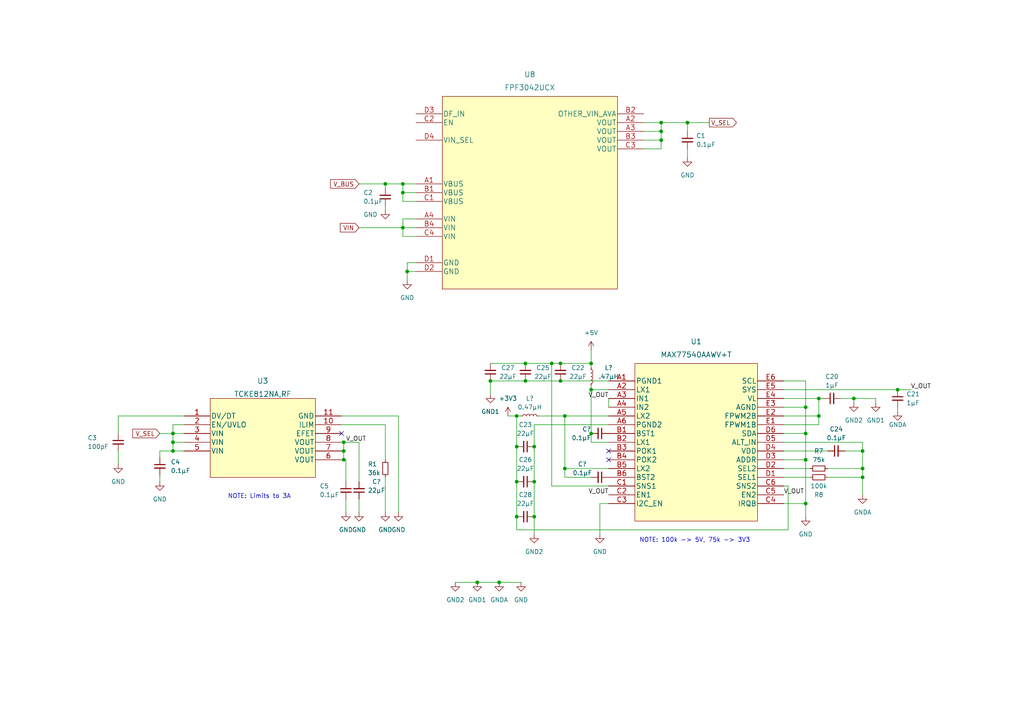
<source format=kicad_sch>
(kicad_sch (version 20211123) (generator eeschema)
  (paper "A4")
  (lib_symbols
    (symbol "Device:C_Small" (pin_numbers hide) (pin_names (offset 0.254) hide)
      (property "Reference" "C" (at 0.254 1.778 0))
      (property "Value" "C_Small" (at 0.254 -2.032 0))
      (symbol "C_Small_0_1"
        (polyline (pts (xy -1.524 -0.508) (xy 1.524 -0.508)) (stroke (width 0.3302)))
        (polyline (pts (xy -1.524 0.508) (xy 1.524 0.508)) (stroke (width 0.3048)))
      )
      (symbol "C_Small_1_1"
        (pin passive line (at 0 2.54 270) (length 2.032) (name "~") (number "1"))
        (pin passive line (at 0 -2.54 90) (length 2.032) (name "~") (number "2"))
      )
    )
    (symbol "Device:L_Small" (pin_numbers hide) (pin_names (offset 0.254) hide)
      (property "Reference" "L" (at 0.762 1.016 0))
      (property "Value" "L_Small" (at 0.762 -1.016 0))
      (symbol "L_Small_0_1"
        (arc (start 0 -2.032) (mid 0.508 -1.524) (end 0 -1.016))
        (arc (start 0 -1.016) (mid 0.508 -0.508) (end 0 0))
        (arc (start 0 0) (mid 0.508 0.508) (end 0 1.016))
        (arc (start 0 1.016) (mid 0.508 1.524) (end 0 2.032))
      )
      (symbol "L_Small_1_1"
        (pin passive line (at 0 2.54 270) (length 0.508) (name "~") (number "1"))
        (pin passive line (at 0 -2.54 90) (length 0.508) (name "~") (number "2"))
      )
    )
    (symbol "Device:R_Small" (pin_numbers hide) (pin_names (offset 0.254) hide)
      (property "Reference" "R" (at 0.762 0.508 0))
      (property "Value" "R_Small" (at 0.762 -1.016 0))
      (symbol "R_Small_0_1"
        (rectangle (start -0.762 1.778) (end 0.762 -1.778) (stroke (width 0.2032)))
      )
      (symbol "R_Small_1_1"
        (pin passive line (at 0 2.54 270) (length 0.762) (name "~") (number "1"))
        (pin passive line (at 0 -2.54 90) (length 0.762) (name "~") (number "2"))
      )
    )
    (symbol "personal:FPF3042UCX" (pin_names (offset 0.254))
      (property "Reference" "U" (at 33.02 10.16 0))
      (property "Value" "FPF3042UCX" (at 33.02 7.62 0))
      (symbol "FPF3042UCX_1_1"
        (rectangle (start 7.62 5.08) (end 58.42 -50.8) (fill (type background)))
        (pin power_in line (at 0 -20.32 0) (length 7.62) (name "VBUS") (number "A1"))
        (pin power_in line (at 66.04 -2.54 180) (length 7.62) (name "VOUT") (number "A2"))
        (pin power_in line (at 66.04 -5.08 180) (length 7.62) (name "VOUT") (number "A3"))
        (pin power_in line (at 0 -30.48 0) (length 7.62) (name "VIN") (number "A4"))
        (pin power_in line (at 0 -22.86 0) (length 7.62) (name "VBUS") (number "B1"))
        (pin output line (at 66.04 0 180) (length 7.62) (name "OTHER_VIN_AVA") (number "B2"))
        (pin power_in line (at 66.04 -7.62 180) (length 7.62) (name "VOUT") (number "B3"))
        (pin power_in line (at 0 -33.02 0) (length 7.62) (name "VIN") (number "B4"))
        (pin power_in line (at 0 -25.4 0) (length 7.62) (name "VBUS") (number "C1"))
        (pin input line (at 0 -2.54 0) (length 7.62) (name "EN") (number "C2"))
        (pin output line (at 66.04 -10.16 180) (length 7.62) (name "VOUT") (number "C3"))
        (pin power_in line (at 0 -35.56 0) (length 7.62) (name "VIN") (number "C4"))
        (pin power_in line (at 0 -43.18 0) (length 7.62) (name "GND") (number "D1"))
        (pin power_in line (at 0 -45.72 0) (length 7.62) (name "GND") (number "D2"))
        (pin input line (at 0 0 0) (length 7.62) (name "DF_IN") (number "D3"))
        (pin bidirectional line (at 0 -7.62 0) (length 7.62) (name "VIN_SEL") (number "D4"))
      )
    )
    (symbol "personal:MAX77540AAWV+T" (pin_names (offset 0.254))
      (property "Reference" "U" (at 25.4 10.16 0))
      (property "Value" "MAX77540AAWV+T" (at 25.4 7.62 0))
      (symbol "MAX77540AAWV+T_0_1"
        (rectangle (start 7.62 5.08) (end 43.18 -40.64) (fill (type background)))
      )
      (symbol "MAX77540AAWV+T_1_1"
        (pin power_in line (at 0 0 0) (length 7.62) (name "PGND1") (number "A1"))
        (pin power_in line (at 0 -2.54 0) (length 7.62) (name "LX1") (number "A2"))
        (pin power_in line (at 0 -5.08 0) (length 7.62) (name "IN1") (number "A3"))
        (pin power_in line (at 0 -7.62 0) (length 7.62) (name "IN2") (number "A4"))
        (pin power_in line (at 0 -10.16 0) (length 7.62) (name "LX2") (number "A5"))
        (pin power_in line (at 0 -12.7 0) (length 7.62) (name "PGND2") (number "A6"))
        (pin power_in line (at 0 -15.24 0) (length 7.62) (name "BST1") (number "B1"))
        (pin power_in line (at 0 -17.78 0) (length 7.62) (name "LX1") (number "B2"))
        (pin output line (at 0 -20.32 0) (length 7.62) (name "POK1") (number "B3"))
        (pin output line (at 0 -22.86 0) (length 7.62) (name "POK2") (number "B4"))
        (pin power_in line (at 0 -25.4 0) (length 7.62) (name "LX2") (number "B5"))
        (pin power_in line (at 0 -27.94 0) (length 7.62) (name "BST2") (number "B6"))
        (pin input line (at 0 -30.48 0) (length 7.62) (name "SNS1") (number "C1"))
        (pin input line (at 0 -33.02 0) (length 7.62) (name "EN1") (number "C2"))
        (pin input line (at 0 -35.56 0) (length 7.62) (name "I2C_EN") (number "C3"))
        (pin output line (at 50.8 -35.56 180) (length 7.62) (name "IRQB") (number "C4"))
        (pin input line (at 50.8 -33.02 180) (length 7.62) (name "EN2") (number "C5"))
        (pin input line (at 50.8 -30.48 180) (length 7.62) (name "SNS2") (number "C6"))
        (pin input line (at 50.8 -27.94 180) (length 7.62) (name "SEL1") (number "D1"))
        (pin input line (at 50.8 -25.4 180) (length 7.62) (name "SEL2") (number "D2"))
        (pin input line (at 50.8 -22.86 180) (length 7.62) (name "ADDR") (number "D3"))
        (pin power_in line (at 50.8 -20.32 180) (length 7.62) (name "VDD") (number "D4"))
        (pin power_in line (at 50.8 -17.78 180) (length 7.62) (name "ALT_IN") (number "D5"))
        (pin bidirectional line (at 50.8 -15.24 180) (length 7.62) (name "SDA") (number "D6"))
        (pin input line (at 50.8 -12.7 180) (length 7.62) (name "FPWM1B") (number "E1"))
        (pin input line (at 50.8 -10.16 180) (length 7.62) (name "FPWM2B") (number "E2"))
        (pin power_in line (at 50.8 -7.62 180) (length 7.62) (name "AGND") (number "E3"))
        (pin power_in line (at 50.8 -5.08 180) (length 7.62) (name "VL") (number "E4"))
        (pin power_in line (at 50.8 -2.54 180) (length 7.62) (name "SYS") (number "E5"))
        (pin input line (at 50.8 0 180) (length 7.62) (name "SCL") (number "E6"))
      )
    )
    (symbol "personal:TCKE812NA,RF" (pin_names (offset 0.254))
      (property "Reference" "U" (at 22.86 10.16 0))
      (property "Value" "TCKE812NA,RF" (at 22.86 7.62 0))
      (symbol "TCKE812NA,RF_0_1"
        (rectangle (start 38.1 -17.78) (end 7.62 5.08) (fill (type background)))
      )
      (symbol "TCKE812NA,RF_1_1"
        (pin input line (at 0 0 0) (length 7.62) (name "DV/DT") (number "1"))
        (pin input line (at 45.72 -2.54 180) (length 7.62) (name "ILIM") (number "10"))
        (pin power_in line (at 45.72 0 180) (length 7.62) (name "GND") (number "11"))
        (pin unspecified line (at 0 -2.54 0) (length 7.62) (name "EN/UVLO") (number "2"))
        (pin input line (at 0 -5.08 0) (length 7.62) (name "VIN") (number "3"))
        (pin input line (at 0 -7.62 0) (length 7.62) (name "VIN") (number "4"))
        (pin input line (at 0 -10.16 0) (length 7.62) (name "VIN") (number "5"))
        (pin output line (at 45.72 -12.7 180) (length 7.62) (name "VOUT") (number "6"))
        (pin output line (at 45.72 -10.16 180) (length 7.62) (name "VOUT") (number "7"))
        (pin output line (at 45.72 -7.62 180) (length 7.62) (name "VOUT") (number "8"))
        (pin unspecified line (at 45.72 -5.08 180) (length 7.62) (name "EFET") (number "9"))
      )
    )
    (symbol "power:+3V3" (power) (pin_names (offset 0))
      (property "Value" "+3V3" (at 0 3.556 0))
      (symbol "+3V3_0_1"
        (polyline (pts (xy -0.762 1.27) (xy 0 2.54)))
        (polyline (pts (xy 0 0) (xy 0 2.54)))
        (polyline (pts (xy 0 2.54) (xy 0.762 1.27)))
      )
      (symbol "+3V3_1_1"
        (pin power_in line (at 0 0 90) (length 0) hide (name "+3V3") (number "1"))
      )
    )
    (symbol "power:+5V" (power) (pin_names (offset 0))
      (property "Value" "+5V" (at 0 3.556 0))
      (symbol "+5V_0_1"
        (polyline (pts (xy -0.762 1.27) (xy 0 2.54)))
        (polyline (pts (xy 0 0) (xy 0 2.54)))
        (polyline (pts (xy 0 2.54) (xy 0.762 1.27)))
      )
      (symbol "+5V_1_1"
        (pin power_in line (at 0 0 90) (length 0) hide (name "+5V") (number "1"))
      )
    )
    (symbol "power:GND" (power) (pin_names (offset 0))
      (property "Value" "GND" (at 0 -3.81 0))
      (symbol "GND_0_1"
        (polyline (pts (xy 0 0) (xy 0 -1.27) (xy 1.27 -1.27) (xy 0 -2.54) (xy -1.27 -1.27) (xy 0 -1.27)))
      )
      (symbol "GND_1_1"
        (pin power_in line (at 0 0 270) (length 0) hide (name "GND") (number "1"))
      )
    )
    (symbol "power:GND1" (power) (pin_names (offset 0))
      (property "Value" "GND1" (at 0 -3.81 0))
      (symbol "GND1_0_1"
        (polyline (pts (xy 0 0) (xy 0 -1.27) (xy 1.27 -1.27) (xy 0 -2.54) (xy -1.27 -1.27) (xy 0 -1.27)))
      )
      (symbol "GND1_1_1"
        (pin power_in line (at 0 0 270) (length 0) hide (name "GND1") (number "1"))
      )
    )
    (symbol "power:GND2" (power) (pin_names (offset 0))
      (property "Value" "GND2" (at 0 -3.81 0))
      (symbol "GND2_0_1"
        (polyline (pts (xy 0 0) (xy 0 -1.27) (xy 1.27 -1.27) (xy 0 -2.54) (xy -1.27 -1.27) (xy 0 -1.27)))
      )
      (symbol "GND2_1_1"
        (pin power_in line (at 0 0 270) (length 0) hide (name "GND2") (number "1"))
      )
    )
    (symbol "power:GNDA" (power) (pin_names (offset 0))
      (property "Value" "GNDA" (at 0 -3.81 0))
      (symbol "GNDA_0_1"
        (polyline (pts (xy 0 0) (xy 0 -1.27) (xy 1.27 -1.27) (xy 0 -2.54) (xy -1.27 -1.27) (xy 0 -1.27)))
      )
      (symbol "GNDA_1_1"
        (pin power_in line (at 0 0 270) (length 0) hide (name "GNDA") (number "1"))
      )
    )
  )
  (junction (at 149.86 129.54))
  (junction (at 171.45 125.73))
  (junction (at 233.68 133.35))
  (junction (at 116.84 53.34))
  (junction (at 50.165 130.81))
  (junction (at 199.39 35.56))
  (junction (at 99.695 128.27))
  (junction (at 250.19 138.43))
  (junction (at 144.78 168.91))
  (junction (at 233.68 146.05))
  (junction (at 154.94 139.7))
  (junction (at 149.86 149.86))
  (junction (at 163.83 120.65))
  (junction (at 138.43 168.91))
  (junction (at 152.4 105.41))
  (junction (at 250.19 130.81))
  (junction (at 154.94 129.54))
  (junction (at 154.94 149.86))
  (junction (at 118.11 78.74))
  (junction (at 171.45 105.41))
  (junction (at 171.45 113.03))
  (junction (at 160.02 105.41))
  (junction (at 163.83 135.89))
  (junction (at 260.35 113.03))
  (junction (at 162.56 105.41))
  (junction (at 191.77 35.56))
  (junction (at 116.84 66.04))
  (junction (at 247.65 115.57))
  (junction (at 99.695 133.35))
  (junction (at 111.76 53.34))
  (junction (at 152.4 110.49))
  (junction (at 142.24 110.49))
  (junction (at 250.19 135.89))
  (junction (at 162.56 110.49))
  (junction (at 237.49 120.65))
  (junction (at 149.86 120.65))
  (junction (at 191.77 38.1))
  (junction (at 99.695 130.81))
  (junction (at 191.77 40.64))
  (junction (at 50.165 128.27))
  (junction (at 116.84 55.88))
  (junction (at 237.49 115.57))
  (junction (at 50.165 125.73))
  (junction (at 233.68 125.73))
  (junction (at 149.86 139.7))
  (junction (at 233.68 118.11))
  (no_connect (at 176.53 130.81))
  (no_connect (at 176.53 133.35))
  (no_connect (at 99.06 125.73))
  (wire (pts (xy 227.33 138.43) (xy 234.95 138.43)))
  (wire (pts (xy 99.06 120.65) (xy 115.57 120.65)))
  (wire (pts (xy 120.65 63.5) (xy 116.84 63.5)))
  (wire (pts (xy 171.45 128.27) (xy 171.45 125.73)))
  (wire (pts (xy 186.69 43.18) (xy 191.77 43.18)))
  (wire (pts (xy 176.53 123.19) (xy 154.94 123.19)))
  (wire (pts (xy 247.65 115.57) (xy 247.65 116.84)))
  (wire (pts (xy 160.02 140.97) (xy 160.02 105.41)))
  (wire (pts (xy 118.11 76.2) (xy 118.11 78.74)))
  (wire (pts (xy 50.165 130.81) (xy 46.355 130.81)))
  (wire (pts (xy 50.165 130.81) (xy 53.34 130.81)))
  (wire (pts (xy 199.39 43.18) (xy 199.39 45.72)))
  (wire (pts (xy 171.45 113.03) (xy 171.45 111.76)))
  (wire (pts (xy 243.84 115.57) (xy 247.65 115.57)))
  (wire (pts (xy 116.84 55.88) (xy 120.65 55.88)))
  (wire (pts (xy 50.165 128.27) (xy 53.34 128.27)))
  (wire (pts (xy 99.695 128.27) (xy 104.14 128.27)))
  (wire (pts (xy 163.83 120.65) (xy 176.53 120.65)))
  (wire (pts (xy 240.03 138.43) (xy 250.19 138.43)))
  (wire (pts (xy 186.69 40.64) (xy 191.77 40.64)))
  (wire (pts (xy 233.68 110.49) (xy 233.68 118.11)))
  (wire (pts (xy 260.35 113.03) (xy 264.16 113.03)))
  (wire (pts (xy 227.33 110.49) (xy 233.68 110.49)))
  (wire (pts (xy 111.76 59.69) (xy 111.76 60.96)))
  (wire (pts (xy 176.53 140.97) (xy 160.02 140.97)))
  (wire (pts (xy 156.21 120.65) (xy 163.83 120.65)))
  (wire (pts (xy 34.29 120.65) (xy 53.34 120.65)))
  (wire (pts (xy 111.76 53.34) (xy 111.76 54.61)))
  (wire (pts (xy 144.78 168.91) (xy 151.13 168.91)))
  (wire (pts (xy 227.33 130.81) (xy 240.03 130.81)))
  (wire (pts (xy 104.14 53.34) (xy 111.76 53.34)))
  (wire (pts (xy 149.86 139.7) (xy 149.86 149.86)))
  (wire (pts (xy 250.19 138.43) (xy 250.19 143.51)))
  (wire (pts (xy 116.84 68.58) (xy 120.65 68.58)))
  (wire (pts (xy 176.53 128.27) (xy 171.45 128.27)))
  (wire (pts (xy 237.49 115.57) (xy 238.76 115.57)))
  (wire (pts (xy 227.33 113.03) (xy 260.35 113.03)))
  (wire (pts (xy 111.76 138.43) (xy 111.76 148.59)))
  (wire (pts (xy 228.6 140.97) (xy 228.6 153.67)))
  (wire (pts (xy 99.695 128.27) (xy 99.695 130.81)))
  (wire (pts (xy 162.56 110.49) (xy 152.4 110.49)))
  (wire (pts (xy 34.29 125.73) (xy 34.29 120.65)))
  (wire (pts (xy 53.34 125.73) (xy 50.165 125.73)))
  (wire (pts (xy 227.33 118.11) (xy 233.68 118.11)))
  (wire (pts (xy 132.08 168.91) (xy 138.43 168.91)))
  (wire (pts (xy 151.13 120.65) (xy 149.86 120.65)))
  (wire (pts (xy 154.94 149.86) (xy 154.94 154.94)))
  (wire (pts (xy 227.33 133.35) (xy 233.68 133.35)))
  (wire (pts (xy 250.19 135.89) (xy 250.19 138.43)))
  (wire (pts (xy 237.49 120.65) (xy 237.49 123.19)))
  (wire (pts (xy 120.65 76.2) (xy 118.11 76.2)))
  (wire (pts (xy 152.4 110.49) (xy 142.24 110.49)))
  (wire (pts (xy 163.83 138.43) (xy 163.83 135.89)))
  (wire (pts (xy 233.68 125.73) (xy 233.68 133.35)))
  (wire (pts (xy 191.77 40.64) (xy 191.77 43.18)))
  (wire (pts (xy 227.33 115.57) (xy 237.49 115.57)))
  (wire (pts (xy 233.68 133.35) (xy 233.68 146.05)))
  (wire (pts (xy 171.45 113.03) (xy 176.53 113.03)))
  (wire (pts (xy 99.06 128.27) (xy 99.695 128.27)))
  (wire (pts (xy 160.02 105.41) (xy 162.56 105.41)))
  (wire (pts (xy 176.53 115.57) (xy 176.53 118.11)))
  (wire (pts (xy 111.76 53.34) (xy 116.84 53.34)))
  (wire (pts (xy 247.65 115.57) (xy 254 115.57)))
  (wire (pts (xy 163.83 135.89) (xy 163.83 120.65)))
  (wire (pts (xy 149.86 129.54) (xy 149.86 139.7)))
  (wire (pts (xy 227.33 123.19) (xy 237.49 123.19)))
  (wire (pts (xy 116.84 63.5) (xy 116.84 66.04)))
  (wire (pts (xy 152.4 105.41) (xy 142.24 105.41)))
  (wire (pts (xy 116.84 58.42) (xy 120.65 58.42)))
  (wire (pts (xy 99.06 133.35) (xy 99.695 133.35)))
  (wire (pts (xy 233.68 118.11) (xy 233.68 125.73)))
  (wire (pts (xy 147.32 120.65) (xy 149.86 120.65)))
  (wire (pts (xy 199.39 35.56) (xy 199.39 38.1)))
  (wire (pts (xy 104.14 66.04) (xy 116.84 66.04)))
  (wire (pts (xy 99.06 130.81) (xy 99.695 130.81)))
  (wire (pts (xy 116.84 53.34) (xy 120.65 53.34)))
  (wire (pts (xy 104.14 128.27) (xy 104.14 139.7)))
  (wire (pts (xy 138.43 168.91) (xy 144.78 168.91)))
  (wire (pts (xy 186.69 38.1) (xy 191.77 38.1)))
  (wire (pts (xy 191.77 35.56) (xy 199.39 35.56)))
  (wire (pts (xy 176.53 146.05) (xy 173.99 146.05)))
  (wire (pts (xy 191.77 35.56) (xy 191.77 38.1)))
  (wire (pts (xy 100.33 133.35) (xy 100.33 139.7)))
  (wire (pts (xy 227.33 128.27) (xy 250.19 128.27)))
  (wire (pts (xy 118.11 78.74) (xy 118.11 81.28)))
  (wire (pts (xy 154.94 139.7) (xy 154.94 149.86)))
  (wire (pts (xy 46.355 137.795) (xy 46.355 139.7)))
  (wire (pts (xy 171.45 105.41) (xy 171.45 106.68)))
  (wire (pts (xy 116.84 66.04) (xy 116.84 68.58)))
  (wire (pts (xy 116.84 55.88) (xy 116.84 53.34)))
  (wire (pts (xy 227.33 125.73) (xy 233.68 125.73)))
  (wire (pts (xy 149.86 153.67) (xy 149.86 149.86)))
  (wire (pts (xy 118.11 78.74) (xy 120.65 78.74)))
  (wire (pts (xy 176.53 110.49) (xy 162.56 110.49)))
  (wire (pts (xy 115.57 120.65) (xy 115.57 148.59)))
  (wire (pts (xy 104.14 144.78) (xy 104.14 148.59)))
  (wire (pts (xy 152.4 105.41) (xy 160.02 105.41)))
  (wire (pts (xy 162.56 105.41) (xy 171.45 105.41)))
  (wire (pts (xy 99.695 130.81) (xy 99.695 133.35)))
  (wire (pts (xy 116.84 55.88) (xy 116.84 58.42)))
  (wire (pts (xy 176.53 135.89) (xy 163.83 135.89)))
  (wire (pts (xy 149.86 153.67) (xy 228.6 153.67)))
  (wire (pts (xy 240.03 135.89) (xy 250.19 135.89)))
  (wire (pts (xy 50.165 128.27) (xy 50.165 130.81)))
  (wire (pts (xy 50.165 125.73) (xy 50.165 123.19)))
  (wire (pts (xy 142.24 110.49) (xy 142.24 114.3)))
  (wire (pts (xy 191.77 38.1) (xy 191.77 40.64)))
  (wire (pts (xy 227.33 140.97) (xy 228.6 140.97)))
  (wire (pts (xy 50.165 125.73) (xy 50.165 128.27)))
  (wire (pts (xy 111.76 123.19) (xy 111.76 133.35)))
  (wire (pts (xy 149.86 120.65) (xy 149.86 129.54)))
  (wire (pts (xy 34.29 130.81) (xy 34.29 134.62)))
  (wire (pts (xy 154.94 129.54) (xy 154.94 139.7)))
  (wire (pts (xy 227.33 135.89) (xy 234.95 135.89)))
  (wire (pts (xy 250.19 130.81) (xy 250.19 135.89)))
  (wire (pts (xy 46.355 125.73) (xy 50.165 125.73)))
  (wire (pts (xy 173.99 146.05) (xy 173.99 154.94)))
  (wire (pts (xy 233.68 146.05) (xy 233.68 149.86)))
  (wire (pts (xy 227.33 146.05) (xy 233.68 146.05)))
  (wire (pts (xy 254 115.57) (xy 254 116.84)))
  (wire (pts (xy 46.355 130.81) (xy 46.355 132.715)))
  (wire (pts (xy 260.35 118.11) (xy 260.35 119.38)))
  (wire (pts (xy 171.45 101.6) (xy 171.45 105.41)))
  (wire (pts (xy 245.11 130.81) (xy 250.19 130.81)))
  (wire (pts (xy 250.19 128.27) (xy 250.19 130.81)))
  (wire (pts (xy 154.94 123.19) (xy 154.94 129.54)))
  (wire (pts (xy 186.69 35.56) (xy 191.77 35.56)))
  (wire (pts (xy 50.165 123.19) (xy 53.34 123.19)))
  (wire (pts (xy 99.695 133.35) (xy 100.33 133.35)))
  (wire (pts (xy 171.45 138.43) (xy 163.83 138.43)))
  (wire (pts (xy 116.84 66.04) (xy 120.65 66.04)))
  (wire (pts (xy 227.33 120.65) (xy 237.49 120.65)))
  (wire (pts (xy 199.39 35.56) (xy 205.74 35.56)))
  (wire (pts (xy 100.33 144.78) (xy 100.33 148.59)))
  (wire (pts (xy 237.49 115.57) (xy 237.49 120.65)))
  (wire (pts (xy 171.45 125.73) (xy 171.45 113.03)))
  (wire (pts (xy 99.06 123.19) (xy 111.76 123.19)))
  (text "NOTE: Limits to 3A" (at 66.04 144.78 0) (effects (font (size 1.27 1.27)) (justify left bottom)))
  (text "NOTE: 100k -> 5V, 75k -> 3V3" (at 185.42 157.48 0) (effects (font (size 1.27 1.27)) (justify left bottom)))
  (label "V_OUT" (at 176.53 115.57 180))
  (label "V_OUT" (at 227.33 143.51 0))
  (label "V_OUT" (at 100.33 128.27 0))
  (label "V_OUT" (at 264.16 113.03 0))
  (label "V_OUT" (at 176.53 143.51 180))
  (global_label "V_BUS" (shape input) (at 104.14 53.34 180) (property "Intersheet References" "${INTERSHEET_REFS}" (effects hide)))
  (global_label "V_SEL" (shape output) (at 205.74 35.56 0) (property "Intersheet References" "${INTERSHEET_REFS}" (effects hide)))
  (global_label "V_SEL" (shape input) (at 46.355 125.73 180) (property "Intersheet References" "${INTERSHEET_REFS}" (effects hide)))
  (global_label "VIN" (shape input) (at 104.14 66.04 180) (property "Intersheet References" "${INTERSHEET_REFS}" (effects hide)))
  (symbol (lib_id "power:GND2") (at 132.08 168.91 0) (unit 1)
    (property "Reference" "#PWR0116" (effects hide))
    (property "Value" "GND2" (at 132.08 173.99 0))
  )
  (symbol (lib_id "Device:C_Small") (at 173.99 125.73 270) (unit 1)
    (property "Reference" "C?" (at 171.45 124.46 90) (effects (justify right)))
    (property "Value" "0.1µF" (at 171.45 127 90) (effects (justify right)))
  )
  (symbol (lib_id "power:GND") (at 111.76 60.96 0) (unit 1)
    (property "Reference" "#PWR02" (effects hide))
    (property "Value" "GND" (at 105.41 62.23 0) (effects (justify left)))
  )
  (symbol (lib_id "power:+3V3") (at 147.32 120.65 0) (unit 1)
    (property "Reference" "#PWR0118" (effects hide))
    (property "Value" "+3V3" (at 147.32 115.57 0))
  )
  (symbol (lib_id "power:GND") (at 151.13 168.91 0) (unit 1)
    (property "Reference" "#PWR0113" (effects hide))
    (property "Value" "GND" (at 151.13 173.99 0))
  )
  (symbol (lib_id "power:GND") (at 104.14 148.59 0) (unit 1)
    (property "Reference" "#PWR?" (effects hide))
    (property "Value" "GND" (at 104.14 153.67 0))
  )
  (symbol (lib_id "power:GNDA") (at 250.19 143.51 0) (unit 1)
    (property "Reference" "#PWR0112" (effects hide))
    (property "Value" "GNDA" (at 250.19 148.59 0))
  )
  (symbol (lib_id "Device:C_Small") (at 111.76 57.15 180) (unit 1)
    (property "Reference" "C2" (at 105.41 55.88 0) (effects (justify right)))
    (property "Value" "0.1µF" (at 105.41 58.42 0) (effects (justify right)))
    (property "Footprint" "personal:C_0201_0603Metric" (effects hide))
  )
  (symbol (lib_id "power:GND") (at 199.39 45.72 0) (unit 1)
    (property "Reference" "#PWR01" (effects hide))
    (property "Value" "GND" (at 199.39 50.8 0))
  )
  (symbol (lib_id "power:GND") (at 118.11 81.28 0) (unit 1)
    (property "Reference" "#PWR03" (effects hide))
    (property "Value" "GND" (at 118.11 86.36 0))
  )
  (symbol (lib_id "power:GND") (at 111.76 148.59 0) (unit 1)
    (property "Reference" "#PWR?" (effects hide))
    (property "Value" "GND" (at 111.76 153.67 0))
  )
  (symbol (lib_id "Device:R_Small") (at 237.49 135.89 90) (unit 1)
    (property "Reference" "R7" (at 237.49 130.81 90))
    (property "Value" "75k" (at 237.49 133.35 90))
    (property "Footprint" "personal:R_0201_0603Metric" (effects hide))
  )
  (symbol (lib_id "Device:C_Small") (at 152.4 107.95 180) (unit 1)
    (property "Reference" "C25" (at 157.4736 106.68 0))
    (property "Value" "22µF" (at 157.4736 109.22 0))
    (property "Footprint" "personal:C_0402_1005Metric" (effects hide))
  )
  (symbol (lib_id "power:GNDA") (at 260.35 119.38 0) (unit 1)
    (property "Reference" "#PWR0123" (effects hide))
    (property "Value" "GNDA" (at 260.35 123.19 0))
  )
  (symbol (lib_id "Device:C_Small") (at 152.4 129.54 270) (unit 1)
    (property "Reference" "C23" (at 152.3936 123.19 90))
    (property "Value" "22µF" (at 152.3936 125.73 90))
    (property "Footprint" "personal:C_0402_1005Metric" (effects hide))
  )
  (symbol (lib_id "Device:C_Small") (at 173.99 138.43 270) (unit 1)
    (property "Reference" "C?" (at 168.91 134.62 90))
    (property "Value" "0.1µF" (at 168.91 137.16 90))
  )
  (symbol (lib_id "power:GND") (at 34.29 134.62 0) (unit 1)
    (property "Reference" "#PWR06" (effects hide))
    (property "Value" "GND" (at 34.29 139.7 0))
  )
  (symbol (lib_id "personal:FPF3042UCX") (at 120.65 33.02 0) (unit 1)
    (property "Reference" "U8" (at 153.67 21.59 0) (effects (font (size 1.524 1.524))))
    (property "Value" "FPF3042UCX" (at 153.67 25.4 0) (effects (font (size 1.524 1.524))))
    (property "Footprint" "personal:FPF3042UCX" (effects hide))
    (property "Datasheet" "https://www.onsemi.com/pdf/datasheet/fpf3042-d.pdf" (effects hide))
  )
  (symbol (lib_id "power:GND") (at 233.68 149.86 0) (unit 1)
    (property "Reference" "#PWR0111" (effects hide))
    (property "Value" "GND" (at 233.68 154.94 0))
  )
  (symbol (lib_id "Device:C_Small") (at 46.355 135.255 0) (unit 1)
    (property "Reference" "C4" (at 49.53 133.9912 0) (effects (justify left)))
    (property "Value" "0.1µF" (at 49.53 136.5312 0) (effects (justify left)))
    (property "Footprint" "personal:C_0201_0603Metric" (effects hide))
  )
  (symbol (lib_id "power:GND1") (at 254 116.84 0) (unit 1)
    (property "Reference" "#PWR0124" (effects hide))
    (property "Value" "GND1" (at 254 121.92 0))
  )
  (symbol (lib_id "Device:R_Small") (at 237.49 138.43 270) (unit 1)
    (property "Reference" "R8" (at 237.49 143.51 90))
    (property "Value" "100k" (at 237.49 140.97 90))
    (property "Footprint" "personal:R_0201_0603Metric" (effects hide))
  )
  (symbol (lib_id "power:GNDA") (at 144.78 168.91 0) (unit 1)
    (property "Reference" "#PWR0114" (effects hide))
    (property "Value" "GNDA" (at 144.78 173.99 0))
  )
  (symbol (lib_id "Device:C_Small") (at 34.29 128.27 0) (unit 1)
    (property "Reference" "C3" (at 25.4 127 0) (effects (justify left)))
    (property "Value" "100pF" (at 25.4 129.54 0) (effects (justify left)))
    (property "Footprint" "personal:C_0201_0603Metric" (effects hide))
  )
  (symbol (lib_id "Device:C_Small") (at 241.3 115.57 90) (unit 1)
    (property "Reference" "C20" (at 241.3063 109.22 90))
    (property "Value" "1µF" (at 241.3063 111.76 90))
    (property "Footprint" "personal:C_0201_0603Metric" (effects hide))
  )
  (symbol (lib_id "Device:C_Small") (at 162.56 107.95 180) (unit 1)
    (property "Reference" "C22" (at 167.6336 106.68 0))
    (property "Value" "22µF" (at 167.6336 109.22 0))
    (property "Footprint" "personal:C_0402_1005Metric" (effects hide))
  )
  (symbol (lib_id "power:GND2") (at 247.65 116.84 0) (unit 1)
    (property "Reference" "#PWR0122" (effects hide))
    (property "Value" "GND2" (at 247.65 121.92 0))
  )
  (symbol (lib_id "personal:MAX77540AAWV+T") (at 176.53 110.49 0) (unit 1)
    (property "Reference" "U1" (at 201.93 99.06 0) (effects (font (size 1.524 1.524))))
    (property "Value" "MAX77540AAWV+T" (at 201.93 102.87 0) (effects (font (size 1.524 1.524))))
    (property "Footprint" "personal:21-100414_W302P2Z+1_MXM" (effects hide))
    (property "Datasheet" "https://datasheets.maximintegrated.com/en/ds/MAX77540.pdf" (effects hide))
  )
  (symbol (lib_id "Device:C_Small") (at 242.57 130.81 90) (unit 1)
    (property "Reference" "C24" (at 242.5763 124.46 90))
    (property "Value" "0.1µF" (at 242.5763 127 90))
    (property "Footprint" "personal:C_0201_0603Metric" (effects hide))
  )
  (symbol (lib_id "power:GND2") (at 154.94 154.94 0) (unit 1)
    (property "Reference" "#PWR0120" (effects hide))
    (property "Value" "GND2" (at 154.94 160.02 0))
  )
  (symbol (lib_id "Device:R_Small") (at 111.76 135.89 0) (unit 1)
    (property "Reference" "R1" (at 106.68 134.62 0) (effects (justify left)))
    (property "Value" "36k" (at 106.68 137.16 0) (effects (justify left)))
    (property "Footprint" "personal:R_0201_0603Metric" (effects hide))
  )
  (symbol (lib_id "power:GND") (at 46.355 139.7 0) (unit 1)
    (property "Reference" "#PWR07" (effects hide))
    (property "Value" "GND" (at 46.355 144.78 0))
  )
  (symbol (lib_id "Device:C_Small") (at 100.33 142.24 0) (unit 1)
    (property "Reference" "C5" (at 92.71 140.97 0) (effects (justify left)))
    (property "Value" "0.1µF" (at 92.71 143.51 0) (effects (justify left)))
    (property "Footprint" "personal:C_0201_0603Metric" (effects hide))
  )
  (symbol (lib_id "Device:C_Small") (at 152.4 149.86 270) (unit 1)
    (property "Reference" "C28" (at 152.3936 143.51 90))
    (property "Value" "22µF" (at 152.3936 146.05 90))
    (property "Footprint" "personal:C_0402_1005Metric" (effects hide))
  )
  (symbol (lib_id "power:GND") (at 173.99 154.94 0) (unit 1)
    (property "Reference" "#PWR0119" (effects hide))
    (property "Value" "GND" (at 173.99 160.02 0))
  )
  (symbol (lib_id "power:GND") (at 100.33 148.59 0) (unit 1)
    (property "Reference" "#PWR08" (effects hide))
    (property "Value" "GND" (at 100.33 153.67 0))
  )
  (symbol (lib_id "Device:C_Small") (at 104.14 142.24 180) (unit 1)
    (property "Reference" "C?" (at 109.22 139.7 0))
    (property "Value" "22µF" (at 109.22 142.24 0))
  )
  (symbol (lib_id "Device:C_Small") (at 152.4 139.7 270) (unit 1)
    (property "Reference" "C26" (at 152.3936 133.35 90))
    (property "Value" "22µF" (at 152.3936 135.89 90))
    (property "Footprint" "personal:C_0402_1005Metric" (effects hide))
  )
  (symbol (lib_id "Device:C_Small") (at 142.24 107.95 180) (unit 1)
    (property "Reference" "C27" (at 147.3136 106.68 0))
    (property "Value" "22µF" (at 147.3136 109.22 0))
    (property "Footprint" "personal:C_0402_1005Metric" (effects hide))
  )
  (symbol (lib_id "power:GND") (at 115.57 148.59 0) (unit 1)
    (property "Reference" "#PWR?" (effects hide))
    (property "Value" "GND" (at 115.57 153.67 0))
  )
  (symbol (lib_id "Device:C_Small") (at 260.35 115.57 0) (unit 1)
    (property "Reference" "C21" (at 262.89 114.3062 0) (effects (justify left)))
    (property "Value" "1µF" (at 262.89 116.8462 0) (effects (justify left)))
    (property "Footprint" "personal:C_0201_0603Metric" (effects hide))
  )
  (symbol (lib_id "Device:L_Small") (at 171.45 109.22 0) (unit 1)
    (property "Reference" "L?" (at 176.53 106.68 0))
    (property "Value" ".47µH" (at 176.53 109.22 0))
  )
  (symbol (lib_id "power:GND1") (at 142.24 114.3 0) (unit 1)
    (property "Reference" "#PWR0121" (effects hide))
    (property "Value" "GND1" (at 142.24 119.38 0))
  )
  (symbol (lib_id "power:+5V") (at 171.45 101.6 0) (unit 1)
    (property "Reference" "#PWR0115" (effects hide))
    (property "Value" "+5V" (at 171.45 96.52 0))
  )
  (symbol (lib_id "power:GND1") (at 138.43 168.91 0) (unit 1)
    (property "Reference" "#PWR0117" (effects hide))
    (property "Value" "GND1" (at 138.43 173.99 0))
  )
  (symbol (lib_id "personal:TCKE812NA,RF") (at 53.34 120.65 0) (unit 1)
    (property "Reference" "U3" (at 76.2 110.49 0) (effects (font (size 1.524 1.524))))
    (property "Value" "TCKE812NA,RF" (at 76.2 114.3 0) (effects (font (size 1.524 1.524))))
    (property "Footprint" "personal:WSON10B_TOS" (effects hide))
    (property "Datasheet" "https://toshiba.semicon-storage.com/info/docget.jsp?did=139443&prodName=TCKE805NL" (effects hide))
  )
  (symbol (lib_id "Device:C_Small") (at 199.39 40.64 0) (unit 1)
    (property "Reference" "C1" (at 201.93 39.3762 0) (effects (justify left)))
    (property "Value" "0.1µF" (at 201.93 41.9162 0) (effects (justify left)))
    (property "Footprint" "personal:C_0201_0603Metric" (effects hide))
  )
  (symbol (lib_id "Device:L_Small") (at 153.67 120.65 90) (unit 1)
    (property "Reference" "L?" (at 153.67 115.57 90))
    (property "Value" "0.47µH" (at 153.67 118.11 90))
  )
)
</source>
